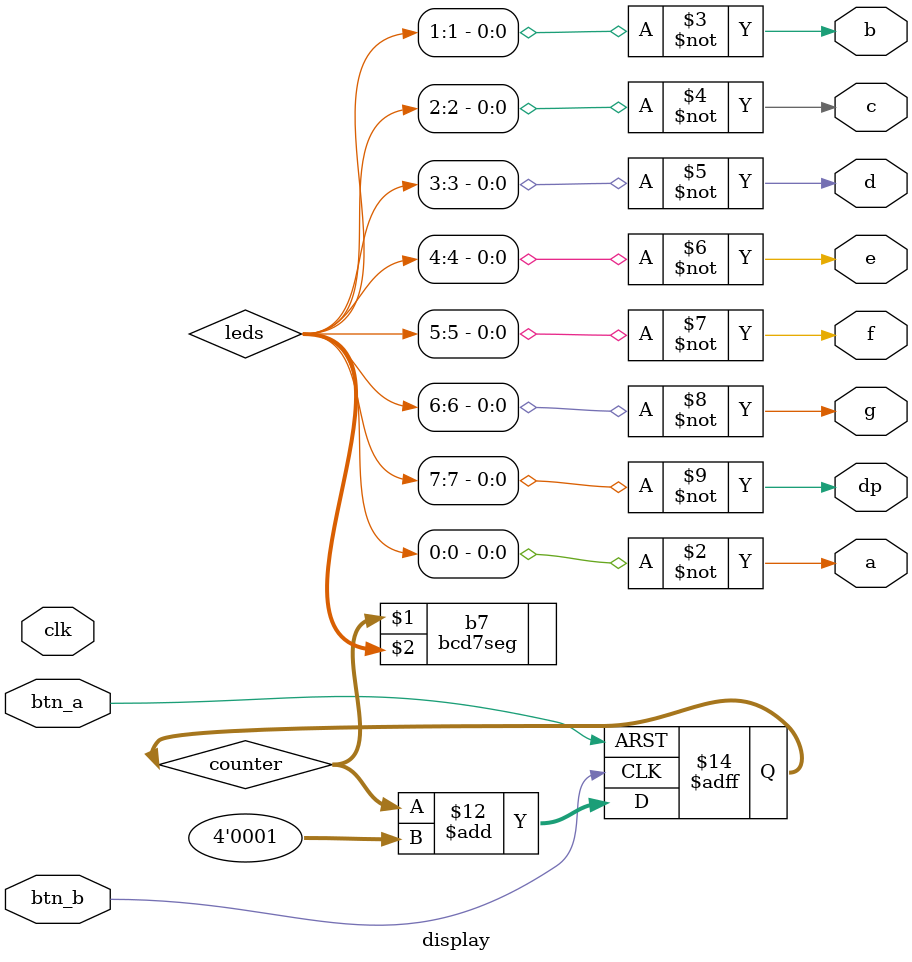
<source format=v>
/* Module to play with a single 7 segment display 
   18/03/2021

   clk -> XTAL_IN -> 35
   clk -> btn_b -> 14

   reset -> btn_a -> 15

   a -> G4 -> 39
   b -> G3 -> 38
   c -> R1 -> 28
   d -> R2 -> 29
   e -> R3 -> 30
   f -> G5 -> 40
   g -> B0 -> 41
   dp-> R0 -> 27

*/

module display (
    input clk,btn_a,btn_b,
    output a,b,c,d,e,f,g,dp);

    wire reset;
    wire tick;           // count goes up on tick's posedge
    wire [7:0] leds;
    reg [3:0] counter = 0;

    assign reset = ~btn_a;


    assign a = ~leds[0]; // active low (common anode)
    assign b = ~leds[1];
    assign c = ~leds[2];
    assign d = ~leds[3];
    assign e = ~leds[4];
    assign f = ~leds[5];
    assign g = ~leds[6];
    assign dp = ~leds[7];

    assign tick = ~btn_b;            // manual counting
    //reduceclock rc (clk, tick);        // automatic counting
    bcd7seg     b7 (counter, leds);

    always @(posedge tick or posedge reset) begin
        if (reset)
            counter <= 0;
        else
            counter <= counter + 4'd1;
    end

endmodule

</source>
